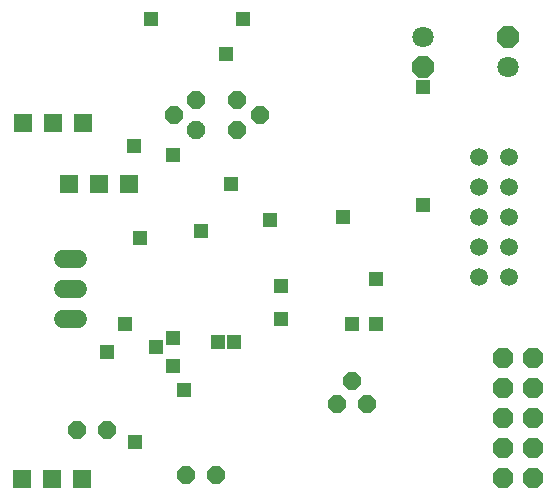
<source format=gbs>
G75*
%MOIN*%
%OFA0B0*%
%FSLAX24Y24*%
%IPPOS*%
%LPD*%
%AMOC8*
5,1,8,0,0,1.08239X$1,22.5*
%
%ADD10R,0.0595X0.0595*%
%ADD11OC8,0.0600*%
%ADD12C,0.0600*%
%ADD13C,0.0595*%
%ADD14OC8,0.0680*%
%ADD15OC8,0.0710*%
%ADD16C,0.0710*%
%ADD17R,0.0476X0.0476*%
D10*
X008004Y010263D03*
X009004Y010263D03*
X010004Y010263D03*
X009578Y020106D03*
X010578Y020106D03*
X011578Y020106D03*
X010015Y022157D03*
X009015Y022157D03*
X008015Y022157D03*
D11*
X013049Y022425D03*
X013799Y022925D03*
X013799Y021925D03*
X015181Y021925D03*
X015931Y022425D03*
X015181Y022925D03*
X019004Y013533D03*
X019504Y012783D03*
X018504Y012783D03*
X014464Y010421D03*
X013464Y010421D03*
X010842Y011917D03*
X009842Y011917D03*
D12*
X009878Y015626D02*
X009358Y015626D01*
X009358Y016626D02*
X009878Y016626D01*
X009878Y017626D02*
X009358Y017626D01*
D13*
X023228Y018004D03*
X023228Y019004D03*
X023228Y020004D03*
X023228Y021004D03*
X024228Y021004D03*
X024228Y020004D03*
X024228Y019004D03*
X024228Y018004D03*
X024228Y017004D03*
X023228Y017004D03*
D14*
X024015Y014311D03*
X025015Y014311D03*
X025015Y013311D03*
X024015Y013311D03*
X024015Y012311D03*
X025015Y012311D03*
X025015Y011311D03*
X024015Y011311D03*
X024015Y010311D03*
X025015Y010311D03*
D15*
X021366Y024015D03*
X024200Y025015D03*
D16*
X024200Y024015D03*
X021366Y025015D03*
D17*
X021366Y023334D03*
X021366Y019397D03*
X019791Y016956D03*
X019791Y015460D03*
X019004Y015460D03*
X016641Y015618D03*
X016641Y016720D03*
X015067Y014830D03*
X014515Y014830D03*
X013019Y014988D03*
X012468Y014673D03*
X013019Y014043D03*
X013413Y013256D03*
X011759Y011523D03*
X010815Y014515D03*
X011444Y015460D03*
X011917Y018295D03*
X013964Y018531D03*
X014968Y020126D03*
X016248Y018925D03*
X018689Y019004D03*
X013807Y021917D03*
X013019Y021090D03*
X011720Y021366D03*
X014791Y024437D03*
X015381Y025618D03*
X012311Y025618D03*
M02*

</source>
